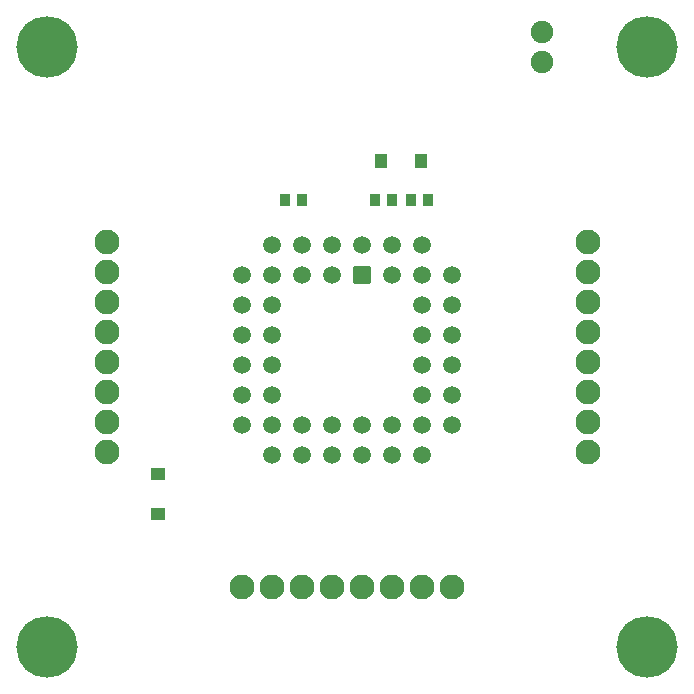
<source format=gts>
G04 Layer: TopSolderMaskLayer*
G04 EasyEDA v6.5.32, 2023-07-25 14:04:49*
G04 f14fb49f93b44de6823b6a38d3d77f6c,5a6b42c53f6a479593ecc07194224c93,10*
G04 Gerber Generator version 0.2*
G04 Scale: 100 percent, Rotated: No, Reflected: No *
G04 Dimensions in millimeters *
G04 leading zeros omitted , absolute positions ,4 integer and 5 decimal *
%FSLAX45Y45*%
%MOMM*%

%AMMACRO1*1,1,$1,$2,$3*1,1,$1,$4,$5*1,1,$1,0-$2,0-$3*1,1,$1,0-$4,0-$5*20,1,$1,$2,$3,$4,$5,0*20,1,$1,$4,$5,0-$2,0-$3,0*20,1,$1,0-$2,0-$3,0-$4,0-$5,0*20,1,$1,0-$4,0-$5,$2,$3,0*4,1,4,$2,$3,$4,$5,0-$2,0-$3,0-$4,0-$5,$2,$3,0*%
%ADD10MACRO1,0.1016X0.6985X-0.6985X-0.6985X-0.6985*%
%ADD11C,1.4986*%
%ADD12MACRO1,0.1016X0.475X-0.575X-0.475X-0.575*%
%ADD13MACRO1,0.1016X-0.575X-0.475X-0.575X0.475*%
%ADD14MACRO1,0.1016X0.4X-0.45X-0.4X-0.45*%
%ADD15C,5.2032*%
%ADD16C,1.9016*%
%ADD17C,2.1016*%

%LPD*%
D10*
G01*
X3047994Y3530594D03*
D11*
G01*
X2794000Y3784600D03*
G01*
X2794000Y3530600D03*
G01*
X2540000Y3784600D03*
G01*
X2540000Y3530600D03*
G01*
X2286000Y3784600D03*
G01*
X2032000Y3530600D03*
G01*
X2286000Y3530600D03*
G01*
X2032000Y3276600D03*
G01*
X2286000Y3276600D03*
G01*
X2032000Y3022600D03*
G01*
X2286000Y3022600D03*
G01*
X2032000Y2768600D03*
G01*
X2286000Y2768600D03*
G01*
X2032000Y2514600D03*
G01*
X2286000Y2514600D03*
G01*
X2032000Y2260600D03*
G01*
X2286000Y2006600D03*
G01*
X2286000Y2260600D03*
G01*
X2540000Y2006600D03*
G01*
X2540000Y2260600D03*
G01*
X2794000Y2006600D03*
G01*
X2794000Y2260600D03*
G01*
X3048000Y2006600D03*
G01*
X3048000Y2260600D03*
G01*
X3302000Y2006600D03*
G01*
X3302000Y2260600D03*
G01*
X3556000Y2006600D03*
G01*
X3810000Y2260600D03*
G01*
X3556000Y2260600D03*
G01*
X3810000Y2514600D03*
G01*
X3556000Y2514600D03*
G01*
X3810000Y2768600D03*
G01*
X3556000Y2768600D03*
G01*
X3810000Y3022600D03*
G01*
X3556000Y3022600D03*
G01*
X3810000Y3276600D03*
G01*
X3556000Y3276600D03*
G01*
X3810000Y3530600D03*
G01*
X3556000Y3784600D03*
G01*
X3556000Y3530600D03*
G01*
X3302000Y3784600D03*
G01*
X3302000Y3530600D03*
G01*
X3048000Y3784600D03*
D12*
G01*
X3547432Y4495789D03*
G01*
X3208952Y4495789D03*
D13*
G01*
X1320797Y1507155D03*
G01*
X1320797Y1845636D03*
D14*
G01*
X3155792Y4165592D03*
G01*
X3295792Y4165592D03*
G01*
X3460592Y4165592D03*
G01*
X3600592Y4165592D03*
G01*
X2393795Y4165592D03*
G01*
X2533794Y4165592D03*
D15*
G01*
X381000Y5461000D03*
G01*
X5461000Y5461000D03*
G01*
X5461000Y381000D03*
G01*
X381000Y381000D03*
D16*
G01*
X4572000Y5588000D03*
G01*
X4572000Y5334000D03*
D17*
G01*
X3810000Y889000D03*
G01*
X3556000Y889000D03*
G01*
X3302000Y889000D03*
G01*
X3048000Y889000D03*
G01*
X2794000Y889000D03*
G01*
X2540000Y889000D03*
G01*
X2286000Y889000D03*
G01*
X2032000Y889000D03*
G01*
X4956581Y2029205D03*
G01*
X4956581Y2283205D03*
G01*
X4956581Y2537205D03*
G01*
X4956581Y2791205D03*
G01*
X4956581Y3045205D03*
G01*
X4956581Y3299205D03*
G01*
X4956581Y3553205D03*
G01*
X4956581Y3807205D03*
G01*
X885418Y2027097D03*
G01*
X885418Y2281097D03*
G01*
X885418Y2535097D03*
G01*
X885418Y2789097D03*
G01*
X885418Y3043097D03*
G01*
X885418Y3297097D03*
G01*
X885418Y3551097D03*
G01*
X885418Y3805097D03*
M02*

</source>
